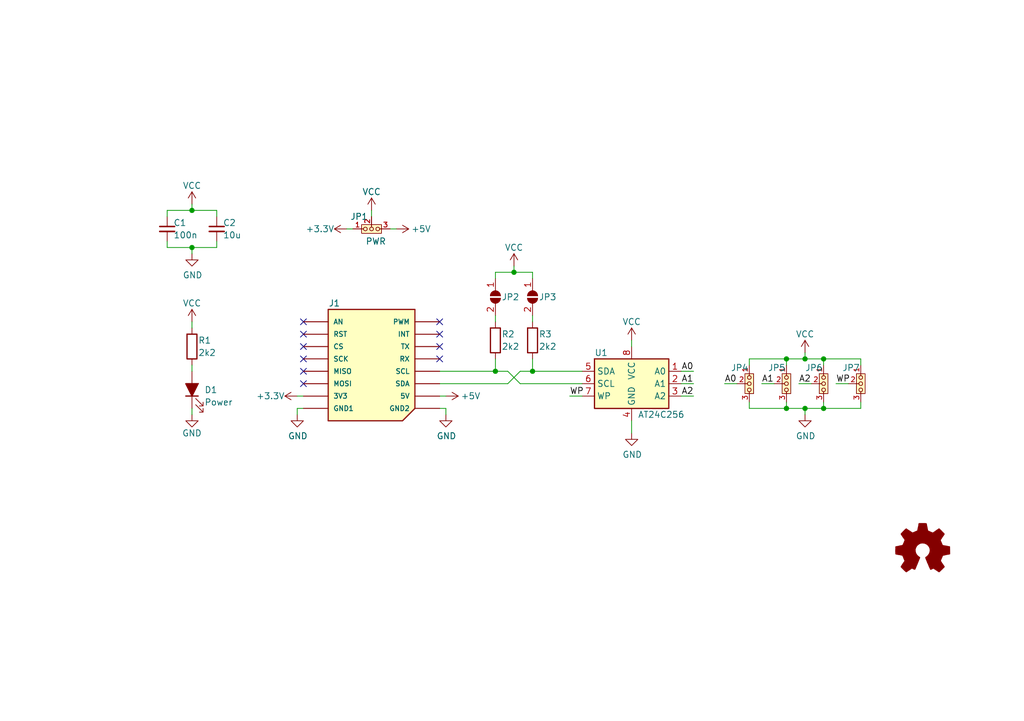
<source format=kicad_sch>
(kicad_sch (version 20250114) (generator "eeschema") (generator_version "9.0")
  (paper "A5")
  (title_block (title "I^{2}C EEPROM Click") (date "2023-10-03") (rev "1.0") (company "© 2023 MPro") (comment 1 "Designed by MPro") (comment 4 "Licensed under CERN-OHL-P v2 or any later version"))
  (lib_symbols
    (symbol "Device:C_Small" (pin_numbers (hide yes)) (pin_names (offset 0.254) (hide yes))
      (property "Reference" "C" (at 0.254 1.778 0))
      (property "Value" "C_Small" (at 0.254 -2.032 0))
      (symbol "C_Small_0_1"
        (polyline (pts (xy -1.524 0.508) (xy 1.524 0.508)) (stroke (width 0.3048)))
        (polyline (pts (xy -1.524 -0.508) (xy 1.524 -0.508)) (stroke (width 0.3302)))
      )
      (symbol "C_Small_1_1"
        (pin passive line (at 0 2.54 270) (length 2.032) (name "~") (number "1"))
        (pin passive line (at 0 -2.54 90) (length 2.032) (name "~") (number "2"))
      )
    )
    (symbol "Device:LED_Filled" (pin_numbers (hide yes)) (pin_names (offset 1.016) (hide yes))
      (property "Reference" "D" (at 0 2.54 0))
      (property "Value" "LED_Filled" (at 0 -2.54 0))
      (symbol "LED_Filled_0_1"
        (polyline (pts (xy -3.048 -0.762) (xy -4.572 -2.286) (xy -3.81 -2.286) (xy -4.572 -2.286) (xy -4.572 -1.524)))
        (polyline (pts (xy -1.778 -0.762) (xy -3.302 -2.286) (xy -2.54 -2.286) (xy -3.302 -2.286) (xy -3.302 -1.524)))
        (polyline (pts (xy -1.27 0) (xy 1.27 0)))
        (polyline (pts (xy -1.27 -1.27) (xy -1.27 1.27)) (stroke (width 0.254)))
        (polyline (pts (xy 1.27 -1.27) (xy 1.27 1.27) (xy -1.27 0) (xy 1.27 -1.27)) (stroke (width 0.254)) (fill (type outline)))
      )
      (symbol "LED_Filled_1_1"
        (pin passive line (at -3.81 0 0) (length 2.54) (name "K") (number "1"))
        (pin passive line (at 3.81 0 180) (length 2.54) (name "A") (number "2"))
      )
    )
    (symbol "Device:R" (pin_numbers (hide yes)) (pin_names (offset 0))
      (property "Reference" "R" (at 2.032 0 90))
      (property "Value" "R" (at 0 0 90))
      (symbol "R_0_1"
        (rectangle (start -1.016 -2.54) (end 1.016 2.54) (stroke (width 0.254)))
      )
      (symbol "R_1_1"
        (pin passive line (at 0 3.81 270) (length 1.27) (name "~") (number "1"))
        (pin passive line (at 0 -3.81 90) (length 1.27) (name "~") (number "2"))
      )
    )
    (symbol "archive:Graphic_Logo_Open_Hardware_Small" (pin_names (offset 1.016))
      (symbol "Graphic_Logo_Open_Hardware_Small_0_1"
        (polyline (pts (xy 3.3528 -4.3434) (xy 3.302 -4.318) (xy 3.175 -4.2418) (xy 2.9972 -4.1148) (xy 2.7686 -3.9624) (xy 2.54 -3.81) (xy 2.3622 -3.7084) (xy 2.2352 -3.6068) (xy 2.1844 -3.5814) (xy 2.159 -3.6068) (xy 2.0574 -3.6576) (xy 1.905 -3.7338) (xy 1.8034 -3.7846) (xy 1.6764 -3.8354) (xy 1.6002 -3.8354) (xy 1.6002 -3.8354) (xy 1.5494 -3.7338) (xy 1.4732 -3.5306) (xy 1.3462 -3.302) (xy 1.2446 -3.0226) (xy 1.1176 -2.7178) (xy 0.9652 -2.413) (xy 0.8636 -2.1082) (xy 0.7366 -1.8288) (xy 0.6604 -1.6256) (xy 0.6096 -1.4732) (xy 0.5842 -1.397) (xy 0.5842 -1.397) (xy 0.6604 -1.3208) (xy 0.7874 -1.2446) (xy 1.0414 -1.016) (xy 1.2954 -0.6858) (xy 1.4478 -0.3302) (xy 1.524 0.0762) (xy 1.4732 0.4572) (xy 1.3208 0.8128) (xy 1.0668 1.143) (xy 0.762 1.3716) (xy 0.4064 1.524) (xy 0 1.5748) (xy -0.381 1.5494) (xy -0.7366 1.397) (xy -1.0668 1.143) (xy -1.2192 0.9906) (xy -1.397 0.6604) (xy -1.524 0.3048) (xy -1.524 0.2286) (xy -1.4986 -0.1778) (xy -1.397 -0.5334) (xy -1.1938 -0.8636) (xy -0.9144 -1.143) (xy -0.8636 -1.1684) (xy -0.7366 -1.27) (xy -0.635 -1.3462) (xy -0.5842 -1.397) (xy -1.0668 -2.5908) (xy -1.143 -2.794) (xy -1.2954 -3.1242) (xy -1.397 -3.4036) (xy -1.4986 -3.6322) (xy -1.5748 -3.7846) (xy -1.6002 -3.8354) (xy -1.6002 -3.8354) (xy -1.651 -3.8354) (xy -1.7272 -3.81) (xy -1.905 -3.7338) (xy -2.0066 -3.683) (xy -2.1336 -3.6068) (xy -2.2098 -3.5814) (xy -2.2606 -3.6068) (xy -2.3622 -3.683) (xy -2.54 -3.81) (xy -2.7686 -3.9624) (xy -2.9718 -4.0894) (xy -3.1496 -4.2164) (xy -3.302 -4.318) (xy -3.3528 -4.3434) (xy -3.3782 -4.3434) (xy -3.429 -4.318) (xy -3.5306 -4.2164) (xy -3.7084 -4.064) (xy -3.937 -3.8354) (xy -3.9624 -3.81) (xy -4.1656 -3.6068) (xy -4.318 -3.4544) (xy -4.4196 -3.3274) (xy -4.445 -3.2766) (xy -4.445 -3.2766) (xy -4.4196 -3.2258) (xy -4.318 -3.0734) (xy -4.2164 -2.8956) (xy -4.064 -2.667) (xy -3.6576 -2.0828) (xy -3.8862 -1.5494) (xy -3.937 -1.3716) (xy -4.0386 -1.1684) (xy -4.0894 -1.0414) (xy -4.1148 -0.9652) (xy -4.191 -0.9398) (xy -4.318 -0.9144) (xy -4.5466 -0.8636) (xy -4.8006 -0.8128) (xy -5.0546 -0.7874) (xy -5.2578 -0.7366) (xy -5.4356 -0.7112) (xy -5.5118 -0.6858) (xy -5.5118 -0.6858) (xy -5.5372 -0.635) (xy -5.5372 -0.5588) (xy -5.5372 -0.4318) (xy -5.5626 -0.2286) (xy -5.5626 0.0762) (xy -5.5626 0.127) (xy -5.5372 0.4064) (xy -5.5372 0.635) (xy -5.5372 0.762) (xy -5.5372 0.8382) (xy -5.5372 0.8382) (xy -5.461 0.8382) (xy -5.3086 0.889) (xy -5.08 0.9144) (xy -4.826 0.9652) (xy -4.8006 0.9906) (xy -4.5466 1.0414) (xy -4.318 1.0668) (xy -4.1656 1.1176) (xy -4.0894 1.143) (xy -4.0894 1.143) (xy -4.0386 1.2446) (xy -3.9624 1.4224) (xy -3.8608 1.6256) (xy -3.7846 1.8288) (xy -3.7084 2.0066) (xy -3.6576 2.159) (xy -3.6322 2.2098) (xy -3.6322 2.2098) (xy -3.683 2.286) (xy -3.7592 2.413) (xy -3.8862 2.5908) (xy -4.064 2.8194) (xy -4.064 2.8448) (xy -4.2164 3.0734) (xy -4.3434 3.2512) (xy -4.4196 3.3782) (xy -4.445 3.4544) (xy -4.445 3.4544) (xy -4.3942 3.5052) (xy -4.2926 3.6322) (xy -4.1148 3.81) (xy -3.937 4.0132) (xy -3.8608 4.064) (xy -3.6576 4.2926) (xy -3.5052 4.4196) (xy -3.4036 4.4958) (xy -3.3528 4.5212) (xy -3.3528 4.5212) (xy -3.302 4.4704) (xy -3.1496 4.3688) (xy -2.9718 4.2418) (xy -2.7432 4.0894) (xy -2.7178 4.0894) (xy -2.4892 3.937) (xy -2.3114 3.81) (xy -2.1844 3.7084) (xy -2.1336 3.683) (xy -2.1082 3.683) (xy -2.032 3.7084) (xy -1.8542 3.7592) (xy -1.6764 3.8354) (xy -1.4732 3.937) (xy -1.27 4.0132) (xy -1.143 4.064) (xy -1.0668 4.1148) (xy -1.0668 4.1148) (xy -1.0414 4.191) (xy -1.016 4.3434) (xy -0.9652 4.572) (xy -0.9144 4.8514) (xy -0.889 4.9022) (xy -0.8382 5.1562) (xy -0.8128 5.3848) (xy -0.7874 5.5372) (xy -0.762 5.588) (xy -0.7112 5.6134) (xy -0.5842 5.6134) (xy -0.4064 5.6134) (xy -0.1524 5.6134) (xy 0.0762 5.6134) (xy 0.3302 5.6134) (xy 0.5334 5.6134) (xy 0.6858 5.588) (xy 0.7366 5.588) (xy 0.7366 5.588) (xy 0.762 5.5118) (xy 0.8128 5.334) (xy 0.8382 5.1054) (xy 0.9144 4.826) (xy 0.9144 4.7752) (xy 0.9652 4.5212) (xy 1.016 4.2926) (xy 1.0414 4.1402) (xy 1.0668 4.0894) (xy 1.0668 4.0894) (xy 1.1938 4.0386) (xy 1.3716 3.9624) (xy 1.5748 3.8608) (xy 2.0828 3.6576) (xy 2.7178 4.0894) (xy 2.7686 4.1402) (xy 2.9972 4.2926) (xy 3.175 4.4196) (xy 3.302 4.4958) (xy 3.3782 4.5212) (xy 3.3782 4.5212) (xy 3.429 4.4704) (xy 3.556 4.3434) (xy 3.7338 4.191) (xy 3.9116 3.9878) (xy 4.064 3.8354) (xy 4.2418 3.6576) (xy 4.3434 3.556) (xy 4.4196 3.4798) (xy 4.4196 3.429) (xy 4.4196 3.4036) (xy 4.3942 3.3274) (xy 4.2926 3.2004) (xy 4.1656 2.9972) (xy 4.0132 2.794) (xy 3.8862 2.5908) (xy 3.7592 2.3876) (xy 3.6576 2.2352) (xy 3.6322 2.159) (xy 3.6322 2.1336) (xy 3.683 2.0066) (xy 3.7592 1.8288) (xy 3.8608 1.6002) (xy 4.064 1.1176) (xy 4.3942 1.0414) (xy 4.5974 1.016) (xy 4.8768 0.9652) (xy 5.1308 0.9144) (xy 5.5372 0.8382) (xy 5.5626 -0.6604) (xy 5.4864 -0.6858) (xy 5.4356 -0.6858) (xy 5.2832 -0.7366) (xy 5.0546 -0.762) (xy 4.8006 -0.8128) (xy 4.5974 -0.8636) (xy 4.3688 -0.9144) (xy 4.2164 -0.9398) (xy 4.1402 -0.9398) (xy 4.1148 -0.9652) (xy 4.064 -1.0668) (xy 3.9878 -1.2446) (xy 3.9116 -1.4478) (xy 3.81 -1.651) (xy 3.7338 -1.8542) (xy 3.683 -2.0066) (xy 3.6576 -2.0828) (xy 3.683 -2.1336) (xy 3.7846 -2.2606) (xy 3.8862 -2.4638) (xy 4.0386 -2.667) (xy 4.191 -2.8956) (xy 4.318 -3.0734) (xy 4.3942 -3.2004) (xy 4.445 -3.2766) (xy 4.4196 -3.3274) (xy 4.3434 -3.429) (xy 4.1656 -3.5814) (xy 3.937 -3.8354) (xy 3.8862 -3.8608) (xy 3.683 -4.064) (xy 3.5306 -4.2164) (xy 3.4036 -4.318) (xy 3.3528 -4.3434)) (fill (type outline)))
      )
    )
    (symbol "archive:Jumper_SolderJumper_2_Open" (pin_names (offset 0) (hide yes))
      (property "Reference" "JP" (at 0 2.032 0))
      (property "Value" "Jumper_SolderJumper_2_Open" (at 0 -2.54 0))
      (symbol "Jumper_SolderJumper_2_Open_0_1"
        (polyline (pts (xy -0.254 1.016) (xy -0.254 -1.016)))
        (arc (start -0.254 -1.016) (mid -1.2656 0) (end -0.254 1.016))
        (arc (start -0.254 -1.016) (mid -1.2656 0) (end -0.254 1.016) (fill (type outline)))
        (arc (start 0.254 1.016) (mid 1.2656 0) (end 0.254 -1.016))
        (arc (start 0.254 1.016) (mid 1.2656 0) (end 0.254 -1.016) (fill (type outline)))
        (polyline (pts (xy 0.254 1.016) (xy 0.254 -1.016)))
      )
      (symbol "Jumper_SolderJumper_2_Open_1_1"
        (pin passive line (at -3.81 0 0) (length 2.54) (name "A") (number "1"))
        (pin passive line (at 3.81 0 180) (length 2.54) (name "B") (number "2"))
      )
    )
    (symbol "archive:Memory_EEPROM_CAT24C128"
      (property "Reference" "U" (at -6.35 6.35 0))
      (property "Value" "Memory_EEPROM_CAT24C128" (at 1.27 6.35 0))
      (symbol "Memory_EEPROM_CAT24C128_1_1"
        (rectangle (start -7.62 5.08) (end 7.62 -5.08) (stroke (width 0.254)) (fill (type background)))
        (pin input line (at -10.16 2.54 0) (length 2.54) (name "A0") (number "1"))
        (pin input line (at -10.16 0 0) (length 2.54) (name "A1") (number "2"))
        (pin input line (at -10.16 -2.54 0) (length 2.54) (name "A2") (number "3"))
        (pin power_in line (at 0 7.62 270) (length 2.54) (name "VCC") (number "8"))
        (pin power_in line (at 0 -7.62 90) (length 2.54) (name "GND") (number "4"))
        (pin bidirectional line (at 10.16 2.54 180) (length 2.54) (name "SDA") (number "5"))
        (pin input line (at 10.16 0 180) (length 2.54) (name "SCL") (number "6"))
        (pin input line (at 10.16 -2.54 180) (length 2.54) (name "WP") (number "7"))
      )
    )
    (symbol "archive:power_+5V" (power) (pin_names (offset 0))
      (property "Value" "power_+5V" (at 0 3.556 0))
      (symbol "power_+5V_0_1"
        (polyline (pts (xy -0.762 1.27) (xy 0 2.54)))
        (polyline (pts (xy 0 2.54) (xy 0.762 1.27)))
        (polyline (pts (xy 0 0) (xy 0 2.54)))
      )
      (symbol "power_+5V_1_1"
        (pin power_in line (at 0 0 90) (length 0) (hide yes) (name "+5V") (number "1"))
      )
    )
    (symbol "archive:power_GND" (power) (pin_names (offset 0))
      (property "Value" "power_GND" (at 0 -3.81 0))
      (symbol "power_GND_0_1"
        (polyline (pts (xy 0 0) (xy 0 -1.27) (xy 1.27 -1.27) (xy 0 -2.54) (xy -1.27 -1.27) (xy 0 -1.27)))
      )
      (symbol "power_GND_1_1"
        (pin power_in line (at 0 0 270) (length 0) (hide yes) (name "GND") (number "1"))
      )
    )
    (symbol "diy-modules:mikroBUS_module_connector" (pin_numbers (hide yes)) (pin_names (offset 1.016))
      (property "Reference" "J" (at 0 23.495 0))
      (symbol "mikroBUS_module_connector_0_0"
        (pin bidirectional line (at -5.08 20.32 0) (length 5.08) (name "AN") (number "P1"))
        (pin bidirectional line (at -5.08 17.78 0) (length 5.08) (name "RST") (number "P2"))
        (pin bidirectional line (at -5.08 15.24 0) (length 5.08) (name "CS") (number "P3"))
        (pin bidirectional line (at -5.08 12.7 0) (length 5.08) (name "SCK") (number "P4"))
        (pin bidirectional line (at -5.08 10.16 0) (length 5.08) (name "MISO") (number "P5"))
        (pin bidirectional line (at -5.08 7.62 0) (length 5.08) (name "MOSI") (number "P6"))
        (pin power_in line (at -5.08 5.08 0) (length 5.08) (name "3V3") (number "P7"))
        (pin bidirectional line (at 22.86 20.32 180) (length 5.08) (name "PWM") (number "P16"))
        (pin bidirectional line (at 22.86 17.78 180) (length 5.08) (name "INT") (number "P15"))
        (pin bidirectional line (at 22.86 15.24 180) (length 5.08) (name "TX") (number "P14"))
        (pin bidirectional line (at 22.86 12.7 180) (length 5.08) (name "RX") (number "P13"))
        (pin bidirectional line (at 22.86 10.16 180) (length 5.08) (name "SCL") (number "P12"))
        (pin bidirectional line (at 22.86 7.62 180) (length 5.08) (name "SDA") (number "P11"))
        (pin power_in line (at 22.86 5.08 180) (length 5.08) (name "5V") (number "P10"))
      )
      (symbol "mikroBUS_module_connector_0_1"
        (polyline (pts (xy 17.78 2.54) (xy 15.24 0) (xy 0 0) (xy 0 22.86) (xy 17.78 22.86) (xy 17.78 2.54)) (stroke (width 0.254)) (fill (type background)))
      )
      (symbol "mikroBUS_module_connector_1_0"
        (pin power_in line (at -5.08 2.54 0) (length 5.08) (name "GND1") (number "P8"))
        (pin power_in line (at 22.86 2.54 180) (length 5.08) (name "GND2") (number "P9"))
      )
    )
    (symbol "power:+3.3V" (power) (pin_names (offset 0))
      (property "Value" "+3.3V" (at 0 3.556 0))
      (symbol "+3.3V_0_1"
        (polyline (pts (xy -0.762 1.27) (xy 0 2.54)))
        (polyline (pts (xy 0 2.54) (xy 0.762 1.27)))
        (polyline (pts (xy 0 0) (xy 0 2.54)))
      )
      (symbol "+3.3V_1_1"
        (pin power_in line (at 0 0 90) (length 0) (hide yes) (name "+3.3V") (number "1"))
      )
    )
    (symbol "power:GND" (power) (pin_names (offset 0))
      (property "Value" "GND" (at 0 -3.81 0))
      (symbol "GND_0_1"
        (polyline (pts (xy 0 0) (xy 0 -1.27) (xy 1.27 -1.27) (xy 0 -2.54) (xy -1.27 -1.27) (xy 0 -1.27)))
      )
      (symbol "GND_1_1"
        (pin power_in line (at 0 0 270) (length 0) (hide yes) (name "GND") (number "1"))
      )
    )
    (symbol "power:VCC" (power) (pin_names (offset 0))
      (property "Value" "VCC" (at 0 3.81 0))
      (symbol "VCC_0_1"
        (polyline (pts (xy -0.762 1.27) (xy 0 2.54)))
        (polyline (pts (xy 0 2.54) (xy 0.762 1.27)))
        (polyline (pts (xy 0 0) (xy 0 2.54)))
      )
      (symbol "VCC_1_1"
        (pin power_in line (at 0 0 90) (length 0) (hide yes) (name "VCC") (number "1"))
      )
    )
    (symbol "various:Jumper_3" (pin_names (offset 0) (hide yes))
      (property "Reference" "JP" (at -2.54 1.905 0))
      (property "Value" "Jumper_3" (at 5.715 -2.54 0))
      (symbol "Jumper_3_0_1"
        (polyline (pts (xy -1.905 0) (xy -1.651 0)))
        (polyline (pts (xy 0 -0.635) (xy 0 -0.381)))
        (polyline (pts (xy 1.905 0) (xy 1.651 0)))
      )
      (symbol "Jumper_3_1_0"
        (circle (center -1.27 0) (radius 0.381))
        (circle (center 0 0) (radius 0.381))
        (circle (center 1.27 0) (radius 0.381))
        (polyline (pts (xy 3.81 0) (xy 3.81 0)))
      )
      (symbol "Jumper_3_1_1"
        (rectangle (start -2.032 0.889) (end 2.032 -0.889) (fill (type background)))
        (pin passive line (at -3.81 0 0) (length 1.905) (name "A") (number "1"))
        (pin passive line (at 0 -2.54 90) (length 1.905) (name "C") (number "2"))
        (pin passive line (at 3.81 0 180) (length 1.905) (name "B") (number "3"))
      )
    )
  )
  (junction (at 109.22 76.2))
  (junction (at 165.1 73.66))
  (junction (at 168.91 73.66))
  (junction (at 168.91 83.82))
  (junction (at 39.37 43.18))
  (junction (at 101.6 76.2))
  (junction (at 105.41 55.88))
  (junction (at 161.29 73.66))
  (junction (at 39.37 50.8))
  (junction (at 161.29 83.82))
  (junction (at 165.1 83.82))
  (no_connect (at 62.23 78.74))
  (no_connect (at 62.23 76.2))
  (no_connect (at 90.17 68.58))
  (no_connect (at 62.23 68.58))
  (no_connect (at 62.23 73.66))
  (no_connect (at 62.23 71.12))
  (no_connect (at 90.17 71.12))
  (no_connect (at 90.17 73.66))
  (no_connect (at 90.17 66.04))
  (no_connect (at 62.23 66.04))
  (wire (pts (xy 168.91 73.66) (xy 165.1 73.66)))
  (wire (pts (xy 34.29 43.18) (xy 34.29 44.45)))
  (wire (pts (xy 90.17 78.74) (xy 104.14 78.74)))
  (wire (pts (xy 101.6 64.77) (xy 101.6 66.04)))
  (wire (pts (xy 163.83 78.74) (xy 166.37 78.74)))
  (wire (pts (xy 105.41 54.61) (xy 105.41 55.88)))
  (wire (pts (xy 109.22 64.77) (xy 109.22 66.04)))
  (wire (pts (xy 39.37 66.04) (xy 39.37 67.31)))
  (wire (pts (xy 60.96 83.82) (xy 60.96 85.09)))
  (wire (pts (xy 156.21 78.74) (xy 158.75 78.74)))
  (wire (pts (xy 44.45 43.18) (xy 44.45 44.45)))
  (wire (pts (xy 105.41 55.88) (xy 109.22 55.88)))
  (wire (pts (xy 39.37 50.8) (xy 39.37 52.07)))
  (wire (pts (xy 168.91 83.82) (xy 176.53 83.82)))
  (wire (pts (xy 60.96 81.28) (xy 62.23 81.28)))
  (wire (pts (xy 39.37 83.82) (xy 39.37 85.09)))
  (wire (pts (xy 104.14 76.2) (xy 106.68 78.74)))
  (wire (pts (xy 161.29 73.66) (xy 161.29 74.93)))
  (wire (pts (xy 39.37 43.18) (xy 44.45 43.18)))
  (wire (pts (xy 34.29 50.8) (xy 34.29 49.53)))
  (wire (pts (xy 168.91 82.55) (xy 168.91 83.82)))
  (wire (pts (xy 39.37 41.91) (xy 39.37 43.18)))
  (wire (pts (xy 109.22 73.66) (xy 109.22 76.2)))
  (wire (pts (xy 90.17 83.82) (xy 91.44 83.82)))
  (wire (pts (xy 101.6 57.15) (xy 101.6 55.88)))
  (wire (pts (xy 44.45 49.53) (xy 44.45 50.8)))
  (wire (pts (xy 109.22 76.2) (xy 119.38 76.2)))
  (wire (pts (xy 39.37 50.8) (xy 34.29 50.8)))
  (wire (pts (xy 176.53 82.55) (xy 176.53 83.82)))
  (wire (pts (xy 165.1 73.66) (xy 165.1 72.39)))
  (wire (pts (xy 101.6 73.66) (xy 101.6 76.2)))
  (wire (pts (xy 101.6 76.2) (xy 104.14 76.2)))
  (wire (pts (xy 39.37 50.8) (xy 44.45 50.8)))
  (wire (pts (xy 153.67 82.55) (xy 153.67 83.82)))
  (wire (pts (xy 60.96 83.82) (xy 62.23 83.82)))
  (wire (pts (xy 76.2 43.18) (xy 76.2 44.45)))
  (wire (pts (xy 165.1 73.66) (xy 161.29 73.66)))
  (wire (pts (xy 168.91 73.66) (xy 176.53 73.66)))
  (wire (pts (xy 71.12 46.99) (xy 72.39 46.99)))
  (wire (pts (xy 101.6 55.88) (xy 105.41 55.88)))
  (wire (pts (xy 139.7 81.28) (xy 142.24 81.28)))
  (wire (pts (xy 139.7 76.2) (xy 142.24 76.2)))
  (wire (pts (xy 153.67 83.82) (xy 161.29 83.82)))
  (wire (pts (xy 39.37 43.18) (xy 34.29 43.18)))
  (wire (pts (xy 129.54 86.36) (xy 129.54 88.9)))
  (wire (pts (xy 106.68 78.74) (xy 119.38 78.74)))
  (wire (pts (xy 168.91 74.93) (xy 168.91 73.66)))
  (wire (pts (xy 153.67 73.66) (xy 161.29 73.66)))
  (wire (pts (xy 116.84 81.28) (xy 119.38 81.28)))
  (wire (pts (xy 168.91 83.82) (xy 165.1 83.82)))
  (wire (pts (xy 165.1 83.82) (xy 165.1 85.09)))
  (wire (pts (xy 148.59 78.74) (xy 151.13 78.74)))
  (wire (pts (xy 39.37 74.93) (xy 39.37 76.2)))
  (wire (pts (xy 129.54 71.12) (xy 129.54 69.85)))
  (wire (pts (xy 90.17 76.2) (xy 101.6 76.2)))
  (wire (pts (xy 153.67 74.93) (xy 153.67 73.66)))
  (wire (pts (xy 139.7 78.74) (xy 142.24 78.74)))
  (wire (pts (xy 109.22 55.88) (xy 109.22 57.15)))
  (wire (pts (xy 161.29 82.55) (xy 161.29 83.82)))
  (wire (pts (xy 106.68 76.2) (xy 109.22 76.2)))
  (wire (pts (xy 80.01 46.99) (xy 81.28 46.99)))
  (wire (pts (xy 176.53 73.66) (xy 176.53 74.93)))
  (wire (pts (xy 165.1 83.82) (xy 161.29 83.82)))
  (wire (pts (xy 171.45 78.74) (xy 173.99 78.74)))
  (wire (pts (xy 91.44 83.82) (xy 91.44 85.09)))
  (wire (pts (xy 90.17 81.28) (xy 91.44 81.28)))
  (wire (pts (xy 106.68 76.2) (xy 104.14 78.74)))
  (label "A0" (at 148.59 78.74 0))
  (label "A0" (at 142.24 76.2 180))
  (label "A2" (at 142.24 81.28 180))
  (label "WP" (at 171.45 78.74 0))
  (label "WP" (at 116.84 81.28 0))
  (label "A1" (at 156.21 78.74 0))
  (label "A2" (at 163.83 78.74 0))
  (label "A1" (at 142.24 78.74 180))
  (symbol (lib_id "power:VCC") (at 165.1 72.39 0) (unit 1)
    (property "Reference" "#PWR015" (effects (hide yes)))
    (property "Value" "VCC" (at 165.1 68.58 0))
  )
  (symbol (lib_id "power:VCC") (at 129.54 69.85 0) (unit 1)
    (property "Reference" "#PWR013" (effects (hide yes)))
    (property "Value" "VCC" (at 129.54 66.04 0))
  )
  (symbol (lib_id "Device:R") (at 101.6 69.85 0) (unit 1)
    (property "Reference" "R2" (at 102.87 68.58 0) (effects (justify left)))
    (property "Value" "2k2" (at 102.87 71.12 0) (effects (justify left)))
    (property "Footprint" "footprints:R_0805_2012Metric" (effects (hide yes)))
    (property "LCSC" "C17520" (effects (hide yes)))
    (property "Package/Case" "0805" (effects (hide yes)))
  )
  (symbol (lib_id "power:VCC") (at 39.37 66.04 0) (unit 1)
    (property "Reference" "#PWR01" (effects (hide yes)))
    (property "Value" "VCC" (at 39.37 62.23 0))
  )
  (symbol (lib_id "power:GND") (at 39.37 85.09 0) (unit 1)
    (property "Reference" "#PWR02" (effects (hide yes)))
    (property "Value" "GND" (at 39.37 88.9 0))
  )
  (symbol (lib_id "archive:power_+5V") (at 81.28 46.99 270) (unit 1)
    (property "Reference" "#PWR07" (effects (hide yes)))
    (property "Value" "+5V" (at 86.36 46.99 90))
  )
  (symbol (lib_id "archive:power_+5V") (at 91.44 81.28 270) (unit 1)
    (property "Reference" "#PWR08" (effects (hide yes)))
    (property "Value" "+5V" (at 96.52 81.28 90))
  )
  (symbol (lib_id "power:VCC") (at 39.37 41.91 0) (unit 1)
    (property "Reference" "#PWR010" (effects (hide yes)))
    (property "Value" "VCC" (at 39.37 38.1 0))
  )
  (symbol (lib_id "power:+3.3V") (at 60.96 81.28 90) (unit 1)
    (property "Reference" "#PWR03" (effects (hide yes)))
    (property "Value" "+3.3V" (at 58.42 81.28 90) (effects (justify left)))
  )
  (symbol (lib_id "Device:R") (at 39.37 71.12 0) (unit 1)
    (property "Reference" "R1" (at 40.64 69.85 0) (effects (justify left)))
    (property "Value" "2k2" (at 40.64 72.39 0) (effects (justify left)))
    (property "Footprint" "footprints:R_0805_2012Metric" (effects (hide yes)))
    (property "LCSC" "C17520" (effects (hide yes)))
    (property "Package/Case" "0805" (effects (hide yes)))
  )
  (symbol (lib_id "diy-modules:mikroBUS_module_connector") (at 67.31 86.36 0) (unit 1) (in_bom no)
    (property "Reference" "J1" (at 68.58 62.23 0))
    (property "Value" "I^{2}C EEPROM Click v1.0 by MPro" (effects (hide yes)))
    (property "Footprint" "footprints:mikroBUS_module_S" (effects (hide yes)))
    (property "Datasheet" "https://download.mikroe.com/documents/standards/mikrobus/mikrobus-standard-specification-v200.pdf" (effects (hide yes)))
    (property "LCSC" "-----" (effects (hide yes)))
    (property "Package/Case" "(2x) pin 1x8 2.54mm" (effects (hide yes)))
  )
  (symbol (lib_id "archive:Graphic_Logo_Open_Hardware_Small") (at 189.23 113.03 0) (unit 1) (in_bom no)
    (property "Reference" "LOGO1" (effects (hide yes)))
    (property "Value" "Logo_Open_Hardware_Small" (effects (hide yes)))
    (property "Footprint" "footprints:OSHW-Logo2_7.3x6mm_SilkScreen" (effects (hide yes)))
  )
  (symbol (lib_id "archive:Jumper_SolderJumper_2_Open") (at 101.6 60.96 270) (unit 1) (in_bom no)
    (property "Reference" "JP2" (at 102.87 60.96 90) (effects (justify left)))
    (property "Value" "SCL" (effects (hide yes)))
    (property "Footprint" "footprints:SolderJumper-2_P1.3mm_Open_TrianglePad1.0x1.5mm" (effects (hide yes)))
    (property "LCSC" "-----" (effects (hide yes)))
    (property "Package/Case" "n/a" (effects (hide yes)))
  )
  (symbol (lib_id "archive:power_GND") (at 39.37 52.07 0) (unit 1)
    (property "Reference" "#PWR011" (effects (hide yes)))
    (property "Value" "GND" (at 39.497 56.4642 0))
  )
  (symbol (lib_id "power:+3.3V") (at 71.12 46.99 90) (unit 1)
    (property "Reference" "#PWR05" (effects (hide yes)))
    (property "Value" "+3.3V" (at 68.58 46.99 90) (effects (justify left)))
  )
  (symbol (lib_id "archive:power_GND") (at 60.96 85.09 0) (unit 1)
    (property "Reference" "#PWR04" (effects (hide yes)))
    (property "Value" "GND" (at 61.087 89.4842 0))
  )
  (symbol (lib_id "various:Jumper_3") (at 168.91 78.74 270) (unit 1)
    (property "Reference" "JP6" (at 165.1 76.2 90) (effects (justify left bottom)))
    (property "Value" "A2" (effects (hide yes)))
    (property "Footprint" "footprints:PinHeader_1x03_P2.54mm_Vertical" (effects (hide yes)))
    (property "LCSC" "-----" (effects (hide yes)))
    (property "Package/Case" "3-pin 2.54mm" (effects (hide yes)))
  )
  (symbol (lib_id "archive:power_GND") (at 91.44 85.09 0) (unit 1)
    (property "Reference" "#PWR09" (effects (hide yes)))
    (property "Value" "GND" (at 91.567 89.4842 0))
  )
  (symbol (lib_id "power:VCC") (at 76.2 43.18 0) (unit 1)
    (property "Reference" "#PWR06" (effects (hide yes)))
    (property "Value" "VCC" (at 76.2 39.37 0))
  )
  (symbol (lib_id "archive:power_GND") (at 129.54 88.9 0) (unit 1)
    (property "Reference" "#PWR014" (effects (hide yes)))
    (property "Value" "GND" (at 129.667 93.2942 0))
  )
  (symbol (lib_id "archive:Memory_EEPROM_CAT24C128") (at 129.54 78.74 0) (mirror y) (unit 1)
    (property "Reference" "U1" (at 121.92 72.39 0) (effects (justify right)))
    (property "Value" "AT24C256" (at 130.81 85.09 0) (effects (justify right)))
    (property "Footprint" "footprints:SO-8_3.9x4.9mm_P1.27mm" (effects (hide yes)))
    (property "Datasheet" "https://www.onsemi.com/pub/Collateral/CAT24C128-D.PDF" (effects (hide yes)))
    (property "LCSC" "C90485" (effects (hide yes)))
    (property "Package/Case" "SO-8 (150 mils)" (effects (hide yes)))
  )
  (symbol (lib_id "Device:R") (at 109.22 69.85 0) (unit 1)
    (property "Reference" "R3" (at 110.49 68.58 0) (effects (justify left)))
    (property "Value" "2k2" (at 110.49 71.12 0) (effects (justify left)))
    (property "Footprint" "footprints:R_0805_2012Metric" (effects (hide yes)))
    (property "LCSC" "C17520" (effects (hide yes)))
    (property "Package/Case" "0805" (effects (hide yes)))
  )
  (symbol (lib_id "archive:Jumper_SolderJumper_2_Open") (at 109.22 60.96 270) (unit 1) (in_bom no)
    (property "Reference" "JP3" (at 110.49 60.96 90) (effects (justify left)))
    (property "Value" "SDA" (effects (hide yes)))
    (property "Footprint" "footprints:SolderJumper-2_P1.3mm_Open_TrianglePad1.0x1.5mm" (effects (hide yes)))
    (property "LCSC" "-----" (effects (hide yes)))
    (property "Package/Case" "n/a" (effects (hide yes)))
  )
  (symbol (lib_id "Device:C_Small") (at 34.29 46.99 0) (unit 1)
    (property "Reference" "C1" (at 35.56 45.72 0) (effects (justify left)))
    (property "Value" "100n" (at 35.56 48.26 0) (effects (justify left)))
    (property "Footprint" "footprints:C_0805_2012Metric" (effects (hide yes)))
    (property "LCSC" "C49678" (effects (hide yes)))
    (property "Package/Case" "0805" (effects (hide yes)))
  )
  (symbol (lib_id "various:Jumper_3") (at 176.53 78.74 270) (unit 1)
    (property "Reference" "JP7" (at 172.72 76.2 90) (effects (justify left bottom)))
    (property "Value" "WP" (effects (hide yes)))
    (property "Footprint" "footprints:PinHeader_1x03_P2.54mm_Vertical" (effects (hide yes)))
    (property "LCSC" "-----" (effects (hide yes)))
    (property "Package/Case" "3-pin 2.54mm" (effects (hide yes)))
  )
  (symbol (lib_id "various:Jumper_3") (at 153.67 78.74 270) (unit 1)
    (property "Reference" "JP4" (at 149.86 76.2 90) (effects (justify left bottom)))
    (property "Value" "A0" (effects (hide yes)))
    (property "Footprint" "footprints:PinHeader_1x03_P2.54mm_Vertical" (effects (hide yes)))
    (property "LCSC" "-----" (effects (hide yes)))
    (property "Package/Case" "3-pin 2.54mm" (effects (hide yes)))
  )
  (symbol (lib_id "Device:LED_Filled") (at 39.37 80.01 90) (unit 1)
    (property "Reference" "D1" (at 41.91 80.01 90) (effects (justify right)))
    (property "Value" "Power" (at 41.91 82.55 90) (effects (justify right)))
    (property "Footprint" "footprints:LED_0805_2012Metric" (effects (hide yes)))
    (property "LCSC" "C2296" (effects (hide yes)))
    (property "Package/Case" "0805" (effects (hide yes)))
    (property "Colour" "Yellow" (effects (hide yes)))
  )
  (symbol (lib_id "archive:power_GND") (at 165.1 85.09 0) (unit 1)
    (property "Reference" "#PWR016" (effects (hide yes)))
    (property "Value" "GND" (at 165.227 89.4842 0))
  )
  (symbol (lib_id "Device:C_Small") (at 44.45 46.99 0) (unit 1)
    (property "Reference" "C2" (at 45.72 45.72 0) (effects (justify left)))
    (property "Value" "10u" (at 45.72 48.26 0) (effects (justify left)))
    (property "Footprint" "footprints:C_0805_2012Metric" (effects (hide yes)))
    (property "LCSC" "C15850" (effects (hide yes)))
    (property "Package/Case" "0805" (effects (hide yes)))
  )
  (symbol (lib_id "various:Jumper_3") (at 161.29 78.74 270) (unit 1)
    (property "Reference" "JP5" (at 157.48 76.2 90) (effects (justify left bottom)))
    (property "Value" "A1" (effects (hide yes)))
    (property "Footprint" "footprints:PinHeader_1x03_P2.54mm_Vertical" (effects (hide yes)))
    (property "LCSC" "-----" (effects (hide yes)))
    (property "Package/Case" "3-pin 2.54mm" (effects (hide yes)))
  )
  (symbol (lib_id "power:VCC") (at 105.41 54.61 0) (unit 1)
    (property "Reference" "#PWR012" (effects (hide yes)))
    (property "Value" "VCC" (at 105.41 50.8 0))
  )
  (symbol (lib_id "various:Jumper_3") (at 76.2 46.99 0) (mirror x) (unit 1)
    (property "Reference" "JP1" (at 73.66 44.45 0))
    (property "Value" "PWR" (at 77.089 49.53 0))
    (property "Footprint" "footprints:PinHeader_1x03_P2.54mm_Vertical" (effects (hide yes)))
    (property "LCSC" "-----" (effects (hide yes)))
    (property "Package/Case" "3-pin 2.54mm" (effects (hide yes)))
  )
)
</source>
